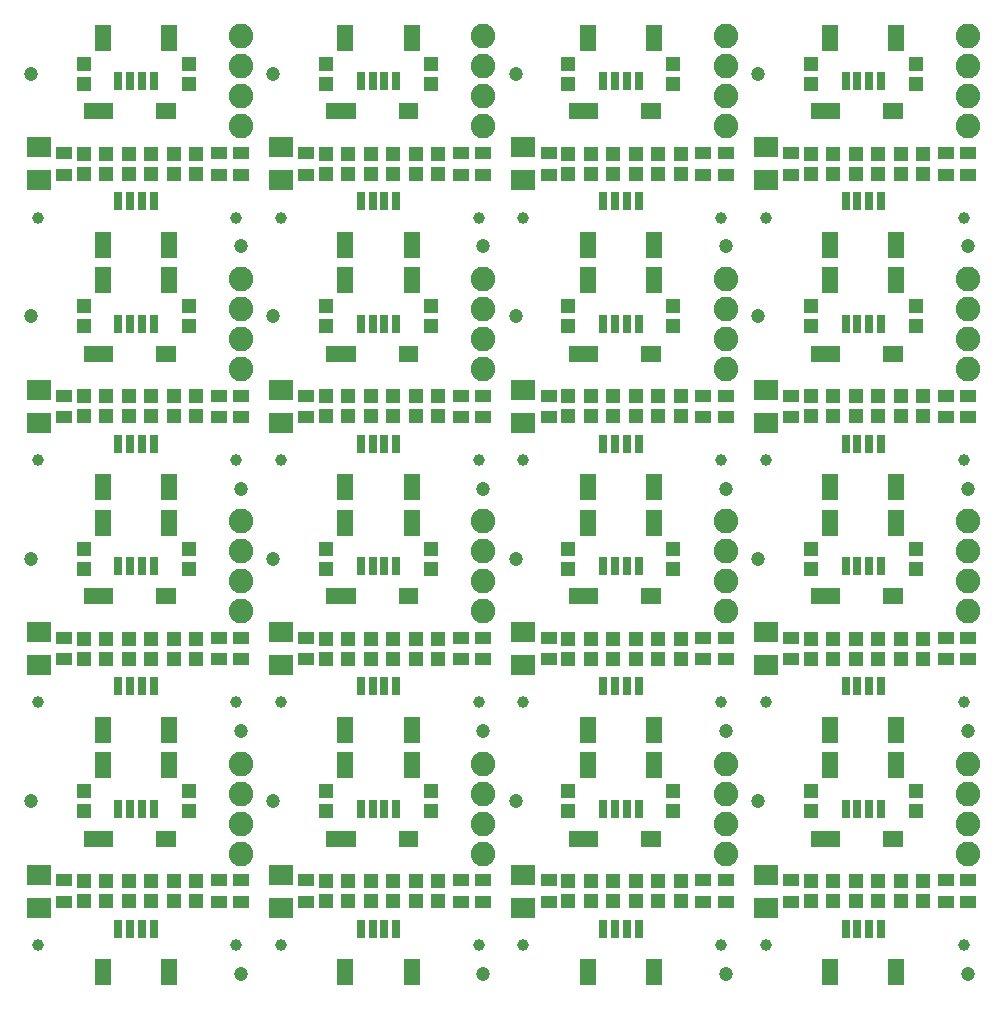
<source format=gts>
G75*
%MOIN*%
%OFA0B0*%
%FSLAX25Y25*%
%IPPOS*%
%LPD*%
%AMOC8*
5,1,8,0,0,1.08239X$1,22.5*
%
%ADD10C,0.03950*%
%ADD11R,0.05524X0.03950*%
%ADD12R,0.04737X0.05131*%
%ADD13R,0.07887X0.07099*%
%ADD14C,0.04737*%
%ADD15R,0.05524X0.08674*%
%ADD16R,0.03162X0.06115*%
%ADD17C,0.08200*%
%ADD18R,0.03300X0.05800*%
D10*
X0008980Y0094951D03*
X0074925Y0094951D03*
X0089780Y0094951D03*
X0155725Y0094951D03*
X0170580Y0094951D03*
X0236525Y0094951D03*
X0251380Y0094951D03*
X0317325Y0094951D03*
X0317325Y0175751D03*
X0251380Y0175751D03*
X0236525Y0175751D03*
X0170580Y0175751D03*
X0155725Y0175751D03*
X0089780Y0175751D03*
X0074925Y0175751D03*
X0008980Y0175751D03*
X0008980Y0256551D03*
X0074925Y0256551D03*
X0089780Y0256551D03*
X0155725Y0256551D03*
X0170580Y0256551D03*
X0236525Y0256551D03*
X0251380Y0256551D03*
X0317325Y0256551D03*
X0317325Y0337328D03*
X0251380Y0337328D03*
X0236525Y0337328D03*
X0170580Y0337328D03*
X0155725Y0337328D03*
X0089780Y0337328D03*
X0074925Y0337328D03*
X0008980Y0337328D03*
D11*
X0017500Y0351670D03*
X0017500Y0358757D03*
X0069000Y0358757D03*
X0069000Y0351670D03*
X0076500Y0351670D03*
X0076500Y0358757D03*
X0098300Y0358757D03*
X0098300Y0351670D03*
X0149800Y0351670D03*
X0149800Y0358757D03*
X0157300Y0358757D03*
X0157300Y0351670D03*
X0179100Y0351670D03*
X0179100Y0358757D03*
X0230600Y0358757D03*
X0230600Y0351670D03*
X0238100Y0351670D03*
X0238100Y0358757D03*
X0259900Y0358757D03*
X0259900Y0351670D03*
X0311400Y0351670D03*
X0311400Y0358757D03*
X0318900Y0358757D03*
X0318900Y0351670D03*
X0318900Y0277980D03*
X0318900Y0270893D03*
X0311400Y0270893D03*
X0311400Y0277980D03*
X0259900Y0277980D03*
X0259900Y0270893D03*
X0238100Y0270893D03*
X0238100Y0277980D03*
X0230600Y0277980D03*
X0230600Y0270893D03*
X0179100Y0270893D03*
X0179100Y0277980D03*
X0157300Y0277980D03*
X0157300Y0270893D03*
X0149800Y0270893D03*
X0149800Y0277980D03*
X0098300Y0277980D03*
X0098300Y0270893D03*
X0076500Y0270893D03*
X0076500Y0277980D03*
X0069000Y0277980D03*
X0069000Y0270893D03*
X0017500Y0270893D03*
X0017500Y0277980D03*
X0017500Y0197180D03*
X0017500Y0190093D03*
X0069000Y0190093D03*
X0069000Y0197180D03*
X0076500Y0197180D03*
X0076500Y0190093D03*
X0098300Y0190093D03*
X0098300Y0197180D03*
X0149800Y0197180D03*
X0149800Y0190093D03*
X0157300Y0190093D03*
X0157300Y0197180D03*
X0179100Y0197180D03*
X0179100Y0190093D03*
X0230600Y0190093D03*
X0230600Y0197180D03*
X0238100Y0197180D03*
X0238100Y0190093D03*
X0259900Y0190093D03*
X0259900Y0197180D03*
X0311400Y0197180D03*
X0311400Y0190093D03*
X0318900Y0190093D03*
X0318900Y0197180D03*
X0318900Y0116380D03*
X0318900Y0109293D03*
X0311400Y0109293D03*
X0311400Y0116380D03*
X0259900Y0116380D03*
X0259900Y0109293D03*
X0238100Y0109293D03*
X0238100Y0116380D03*
X0230600Y0116380D03*
X0230600Y0109293D03*
X0179100Y0109293D03*
X0179100Y0116380D03*
X0157300Y0116380D03*
X0157300Y0109293D03*
X0149800Y0109293D03*
X0149800Y0116380D03*
X0098300Y0116380D03*
X0098300Y0109293D03*
X0076500Y0109293D03*
X0076500Y0116380D03*
X0069000Y0116380D03*
X0069000Y0109293D03*
X0017500Y0109293D03*
X0017500Y0116380D03*
D12*
X0024000Y0116183D03*
X0024000Y0109490D03*
X0031500Y0109490D03*
X0031500Y0116183D03*
X0039000Y0116183D03*
X0039000Y0109490D03*
X0046500Y0109490D03*
X0046500Y0116183D03*
X0054000Y0116183D03*
X0054000Y0109490D03*
X0061500Y0109490D03*
X0061500Y0116183D03*
X0059000Y0139490D03*
X0059000Y0146183D03*
X0024000Y0146183D03*
X0024000Y0139490D03*
X0024000Y0190290D03*
X0024000Y0196983D03*
X0031500Y0196983D03*
X0031500Y0190290D03*
X0039000Y0190290D03*
X0039000Y0196983D03*
X0046500Y0196983D03*
X0046500Y0190290D03*
X0054000Y0190290D03*
X0054000Y0196983D03*
X0061500Y0196983D03*
X0061500Y0190290D03*
X0059000Y0220290D03*
X0059000Y0226983D03*
X0024000Y0226983D03*
X0024000Y0220290D03*
X0024000Y0271090D03*
X0024000Y0277783D03*
X0031500Y0277783D03*
X0031500Y0271090D03*
X0039000Y0271090D03*
X0039000Y0277783D03*
X0046500Y0277783D03*
X0046500Y0271090D03*
X0054000Y0271090D03*
X0054000Y0277783D03*
X0061500Y0277783D03*
X0061500Y0271090D03*
X0059000Y0301090D03*
X0059000Y0307783D03*
X0024000Y0307783D03*
X0024000Y0301090D03*
X0024000Y0351867D03*
X0024000Y0358560D03*
X0031500Y0358560D03*
X0031500Y0351867D03*
X0039000Y0351867D03*
X0039000Y0358560D03*
X0046500Y0358560D03*
X0046500Y0351867D03*
X0054000Y0351867D03*
X0054000Y0358560D03*
X0061500Y0358560D03*
X0061500Y0351867D03*
X0059000Y0381867D03*
X0059000Y0388560D03*
X0024000Y0388560D03*
X0024000Y0381867D03*
X0104800Y0381867D03*
X0104800Y0388560D03*
X0104800Y0358560D03*
X0104800Y0351867D03*
X0112300Y0351867D03*
X0112300Y0358560D03*
X0119800Y0358560D03*
X0119800Y0351867D03*
X0127300Y0351867D03*
X0127300Y0358560D03*
X0134800Y0358560D03*
X0134800Y0351867D03*
X0142300Y0351867D03*
X0142300Y0358560D03*
X0139800Y0381867D03*
X0139800Y0388560D03*
X0185600Y0388560D03*
X0185600Y0381867D03*
X0185600Y0358560D03*
X0185600Y0351867D03*
X0193100Y0351867D03*
X0193100Y0358560D03*
X0200600Y0358560D03*
X0200600Y0351867D03*
X0208100Y0351867D03*
X0208100Y0358560D03*
X0215600Y0358560D03*
X0215600Y0351867D03*
X0223100Y0351867D03*
X0223100Y0358560D03*
X0220600Y0381867D03*
X0220600Y0388560D03*
X0266400Y0388560D03*
X0266400Y0381867D03*
X0266400Y0358560D03*
X0266400Y0351867D03*
X0273900Y0351867D03*
X0273900Y0358560D03*
X0281400Y0358560D03*
X0281400Y0351867D03*
X0288900Y0351867D03*
X0288900Y0358560D03*
X0296400Y0358560D03*
X0296400Y0351867D03*
X0303900Y0351867D03*
X0303900Y0358560D03*
X0301400Y0381867D03*
X0301400Y0388560D03*
X0301400Y0307783D03*
X0301400Y0301090D03*
X0303900Y0277783D03*
X0303900Y0271090D03*
X0296400Y0271090D03*
X0296400Y0277783D03*
X0288900Y0277783D03*
X0288900Y0271090D03*
X0281400Y0271090D03*
X0281400Y0277783D03*
X0273900Y0277783D03*
X0273900Y0271090D03*
X0266400Y0271090D03*
X0266400Y0277783D03*
X0266400Y0301090D03*
X0266400Y0307783D03*
X0223100Y0277783D03*
X0223100Y0271090D03*
X0215600Y0271090D03*
X0215600Y0277783D03*
X0208100Y0277783D03*
X0208100Y0271090D03*
X0200600Y0271090D03*
X0200600Y0277783D03*
X0193100Y0277783D03*
X0193100Y0271090D03*
X0185600Y0271090D03*
X0185600Y0277783D03*
X0185600Y0301090D03*
X0185600Y0307783D03*
X0220600Y0307783D03*
X0220600Y0301090D03*
X0220600Y0226983D03*
X0220600Y0220290D03*
X0223100Y0196983D03*
X0223100Y0190290D03*
X0215600Y0190290D03*
X0215600Y0196983D03*
X0208100Y0196983D03*
X0208100Y0190290D03*
X0200600Y0190290D03*
X0200600Y0196983D03*
X0193100Y0196983D03*
X0193100Y0190290D03*
X0185600Y0190290D03*
X0185600Y0196983D03*
X0185600Y0220290D03*
X0185600Y0226983D03*
X0142300Y0196983D03*
X0142300Y0190290D03*
X0134800Y0190290D03*
X0134800Y0196983D03*
X0127300Y0196983D03*
X0127300Y0190290D03*
X0119800Y0190290D03*
X0119800Y0196983D03*
X0112300Y0196983D03*
X0112300Y0190290D03*
X0104800Y0190290D03*
X0104800Y0196983D03*
X0104800Y0220290D03*
X0104800Y0226983D03*
X0139800Y0226983D03*
X0139800Y0220290D03*
X0142300Y0271090D03*
X0142300Y0277783D03*
X0134800Y0277783D03*
X0134800Y0271090D03*
X0127300Y0271090D03*
X0127300Y0277783D03*
X0119800Y0277783D03*
X0119800Y0271090D03*
X0112300Y0271090D03*
X0112300Y0277783D03*
X0104800Y0277783D03*
X0104800Y0271090D03*
X0104800Y0301090D03*
X0104800Y0307783D03*
X0139800Y0307783D03*
X0139800Y0301090D03*
X0139800Y0146183D03*
X0139800Y0139490D03*
X0142300Y0116183D03*
X0142300Y0109490D03*
X0134800Y0109490D03*
X0134800Y0116183D03*
X0127300Y0116183D03*
X0127300Y0109490D03*
X0119800Y0109490D03*
X0119800Y0116183D03*
X0112300Y0116183D03*
X0112300Y0109490D03*
X0104800Y0109490D03*
X0104800Y0116183D03*
X0104800Y0139490D03*
X0104800Y0146183D03*
X0185600Y0146183D03*
X0185600Y0139490D03*
X0185600Y0116183D03*
X0185600Y0109490D03*
X0193100Y0109490D03*
X0193100Y0116183D03*
X0200600Y0116183D03*
X0200600Y0109490D03*
X0208100Y0109490D03*
X0208100Y0116183D03*
X0215600Y0116183D03*
X0215600Y0109490D03*
X0223100Y0109490D03*
X0223100Y0116183D03*
X0220600Y0139490D03*
X0220600Y0146183D03*
X0266400Y0146183D03*
X0266400Y0139490D03*
X0266400Y0116183D03*
X0266400Y0109490D03*
X0273900Y0109490D03*
X0273900Y0116183D03*
X0281400Y0116183D03*
X0281400Y0109490D03*
X0288900Y0109490D03*
X0288900Y0116183D03*
X0296400Y0116183D03*
X0296400Y0109490D03*
X0303900Y0109490D03*
X0303900Y0116183D03*
X0301400Y0139490D03*
X0301400Y0146183D03*
X0303900Y0190290D03*
X0303900Y0196983D03*
X0296400Y0196983D03*
X0296400Y0190290D03*
X0288900Y0190290D03*
X0288900Y0196983D03*
X0281400Y0196983D03*
X0281400Y0190290D03*
X0273900Y0190290D03*
X0273900Y0196983D03*
X0266400Y0196983D03*
X0266400Y0190290D03*
X0266400Y0220290D03*
X0266400Y0226983D03*
X0301400Y0226983D03*
X0301400Y0220290D03*
D13*
X0251400Y0199148D03*
X0251400Y0188125D03*
X0251400Y0118348D03*
X0251400Y0107325D03*
X0170600Y0107325D03*
X0170600Y0118348D03*
X0170600Y0188125D03*
X0170600Y0199148D03*
X0170600Y0268925D03*
X0170600Y0279948D03*
X0170600Y0349702D03*
X0170600Y0360726D03*
X0251400Y0360726D03*
X0251400Y0349702D03*
X0251400Y0279948D03*
X0251400Y0268925D03*
X0089800Y0268925D03*
X0089800Y0279948D03*
X0089800Y0349702D03*
X0089800Y0360726D03*
X0009000Y0360726D03*
X0009000Y0349702D03*
X0009000Y0279948D03*
X0009000Y0268925D03*
X0009000Y0199148D03*
X0009000Y0188125D03*
X0009000Y0118348D03*
X0009000Y0107325D03*
X0089800Y0107325D03*
X0089800Y0118348D03*
X0089800Y0188125D03*
X0089800Y0199148D03*
D14*
X0087300Y0223637D03*
X0076500Y0246937D03*
X0087300Y0304437D03*
X0076500Y0327714D03*
X0087300Y0385214D03*
X0157300Y0327714D03*
X0168100Y0304437D03*
X0157300Y0246937D03*
X0168100Y0223637D03*
X0157300Y0166137D03*
X0168100Y0142837D03*
X0157300Y0085337D03*
X0087300Y0142837D03*
X0076500Y0166137D03*
X0076500Y0085337D03*
X0006500Y0142837D03*
X0006500Y0223637D03*
X0006500Y0304437D03*
X0006500Y0385214D03*
X0168100Y0385214D03*
X0238100Y0327714D03*
X0248900Y0304437D03*
X0238100Y0246937D03*
X0248900Y0223637D03*
X0238100Y0166137D03*
X0248900Y0142837D03*
X0238100Y0085337D03*
X0318900Y0085337D03*
X0318900Y0166137D03*
X0318900Y0246937D03*
X0318900Y0327714D03*
X0248900Y0385214D03*
D15*
X0030476Y0085868D03*
X0052524Y0085868D03*
X0111276Y0085868D03*
X0133324Y0085868D03*
X0133324Y0154805D03*
X0133324Y0166668D03*
X0111276Y0166668D03*
X0111276Y0154805D03*
X0052524Y0154805D03*
X0052524Y0166668D03*
X0030476Y0166668D03*
X0030476Y0154805D03*
X0030476Y0235605D03*
X0030476Y0247468D03*
X0052524Y0247468D03*
X0052524Y0235605D03*
X0111276Y0235605D03*
X0111276Y0247468D03*
X0133324Y0247468D03*
X0133324Y0235605D03*
X0192076Y0235605D03*
X0192076Y0247468D03*
X0214124Y0247468D03*
X0214124Y0235605D03*
X0214124Y0166668D03*
X0214124Y0154805D03*
X0192076Y0154805D03*
X0192076Y0166668D03*
X0192076Y0085868D03*
X0214124Y0085868D03*
X0272876Y0085868D03*
X0294924Y0085868D03*
X0294924Y0154805D03*
X0294924Y0166668D03*
X0272876Y0166668D03*
X0272876Y0154805D03*
X0272876Y0235605D03*
X0272876Y0247468D03*
X0294924Y0247468D03*
X0294924Y0235605D03*
X0294924Y0316405D03*
X0294924Y0328245D03*
X0272876Y0328245D03*
X0272876Y0316405D03*
X0214124Y0316405D03*
X0214124Y0328245D03*
X0192076Y0328245D03*
X0192076Y0316405D03*
X0133324Y0316405D03*
X0133324Y0328245D03*
X0111276Y0328245D03*
X0111276Y0316405D03*
X0052524Y0316405D03*
X0052524Y0328245D03*
X0030476Y0328245D03*
X0030476Y0316405D03*
X0030476Y0397182D03*
X0052524Y0397182D03*
X0111276Y0397182D03*
X0133324Y0397182D03*
X0192076Y0397182D03*
X0214124Y0397182D03*
X0272876Y0397182D03*
X0294924Y0397182D03*
D16*
X0289806Y0382714D03*
X0285869Y0382714D03*
X0281931Y0382714D03*
X0277994Y0382714D03*
X0277994Y0342714D03*
X0281931Y0342714D03*
X0285869Y0342714D03*
X0289806Y0342714D03*
X0289806Y0301937D03*
X0285869Y0301937D03*
X0281931Y0301937D03*
X0277994Y0301937D03*
X0277994Y0261937D03*
X0281931Y0261937D03*
X0285869Y0261937D03*
X0289806Y0261937D03*
X0289806Y0221137D03*
X0285869Y0221137D03*
X0281931Y0221137D03*
X0277994Y0221137D03*
X0277994Y0181137D03*
X0281931Y0181137D03*
X0285869Y0181137D03*
X0289806Y0181137D03*
X0289806Y0140337D03*
X0285869Y0140337D03*
X0281931Y0140337D03*
X0277994Y0140337D03*
X0277994Y0100337D03*
X0281931Y0100337D03*
X0285869Y0100337D03*
X0289806Y0100337D03*
X0209006Y0100337D03*
X0205069Y0100337D03*
X0201131Y0100337D03*
X0197194Y0100337D03*
X0197194Y0140337D03*
X0201131Y0140337D03*
X0205069Y0140337D03*
X0209006Y0140337D03*
X0209006Y0181137D03*
X0205069Y0181137D03*
X0201131Y0181137D03*
X0197194Y0181137D03*
X0197194Y0221137D03*
X0201131Y0221137D03*
X0205069Y0221137D03*
X0209006Y0221137D03*
X0209006Y0261937D03*
X0205069Y0261937D03*
X0201131Y0261937D03*
X0197194Y0261937D03*
X0197194Y0301937D03*
X0201131Y0301937D03*
X0205069Y0301937D03*
X0209006Y0301937D03*
X0209006Y0342714D03*
X0205069Y0342714D03*
X0201131Y0342714D03*
X0197194Y0342714D03*
X0197194Y0382714D03*
X0201131Y0382714D03*
X0205069Y0382714D03*
X0209006Y0382714D03*
X0128206Y0382714D03*
X0124269Y0382714D03*
X0120331Y0382714D03*
X0116394Y0382714D03*
X0116394Y0342714D03*
X0120331Y0342714D03*
X0124269Y0342714D03*
X0128206Y0342714D03*
X0128206Y0301937D03*
X0124269Y0301937D03*
X0120331Y0301937D03*
X0116394Y0301937D03*
X0116394Y0261937D03*
X0120331Y0261937D03*
X0124269Y0261937D03*
X0128206Y0261937D03*
X0128206Y0221137D03*
X0124269Y0221137D03*
X0120331Y0221137D03*
X0116394Y0221137D03*
X0116394Y0181137D03*
X0120331Y0181137D03*
X0124269Y0181137D03*
X0128206Y0181137D03*
X0128206Y0140337D03*
X0124269Y0140337D03*
X0120331Y0140337D03*
X0116394Y0140337D03*
X0116394Y0100337D03*
X0120331Y0100337D03*
X0124269Y0100337D03*
X0128206Y0100337D03*
X0047406Y0100337D03*
X0043469Y0100337D03*
X0039531Y0100337D03*
X0035594Y0100337D03*
X0035594Y0140337D03*
X0039531Y0140337D03*
X0043469Y0140337D03*
X0047406Y0140337D03*
X0047406Y0181137D03*
X0043469Y0181137D03*
X0039531Y0181137D03*
X0035594Y0181137D03*
X0035594Y0221137D03*
X0039531Y0221137D03*
X0043469Y0221137D03*
X0047406Y0221137D03*
X0047406Y0261937D03*
X0043469Y0261937D03*
X0039531Y0261937D03*
X0035594Y0261937D03*
X0035594Y0301937D03*
X0039531Y0301937D03*
X0043469Y0301937D03*
X0047406Y0301937D03*
X0047406Y0342714D03*
X0043469Y0342714D03*
X0039531Y0342714D03*
X0035594Y0342714D03*
X0035594Y0382714D03*
X0039531Y0382714D03*
X0043469Y0382714D03*
X0047406Y0382714D03*
D17*
X0076500Y0387714D03*
X0076500Y0377714D03*
X0076500Y0367714D03*
X0076500Y0397714D03*
X0076500Y0316937D03*
X0076500Y0306937D03*
X0076500Y0296937D03*
X0076500Y0286937D03*
X0076500Y0236137D03*
X0076500Y0226137D03*
X0076500Y0216137D03*
X0076500Y0206137D03*
X0076500Y0155337D03*
X0076500Y0145337D03*
X0076500Y0135337D03*
X0076500Y0125337D03*
X0157300Y0125337D03*
X0157300Y0135337D03*
X0157300Y0145337D03*
X0157300Y0155337D03*
X0157300Y0206137D03*
X0157300Y0216137D03*
X0157300Y0226137D03*
X0157300Y0236137D03*
X0157300Y0286937D03*
X0157300Y0296937D03*
X0157300Y0306937D03*
X0157300Y0316937D03*
X0157300Y0367714D03*
X0157300Y0377714D03*
X0157300Y0387714D03*
X0157300Y0397714D03*
X0238100Y0397714D03*
X0238100Y0387714D03*
X0238100Y0377714D03*
X0238100Y0367714D03*
X0238100Y0316937D03*
X0238100Y0306937D03*
X0238100Y0296937D03*
X0238100Y0286937D03*
X0238100Y0236137D03*
X0238100Y0226137D03*
X0238100Y0216137D03*
X0238100Y0206137D03*
X0238100Y0155337D03*
X0238100Y0145337D03*
X0238100Y0135337D03*
X0238100Y0125337D03*
X0318900Y0125337D03*
X0318900Y0135337D03*
X0318900Y0145337D03*
X0318900Y0155337D03*
X0318900Y0206137D03*
X0318900Y0216137D03*
X0318900Y0226137D03*
X0318900Y0236137D03*
X0318900Y0286937D03*
X0318900Y0296937D03*
X0318900Y0306937D03*
X0318900Y0316937D03*
X0318900Y0367714D03*
X0318900Y0377714D03*
X0318900Y0387714D03*
X0318900Y0397714D03*
D18*
X0295500Y0372714D03*
X0292300Y0372714D03*
X0274600Y0372714D03*
X0271400Y0372714D03*
X0268200Y0372714D03*
X0214700Y0372714D03*
X0211500Y0372714D03*
X0193800Y0372714D03*
X0190600Y0372714D03*
X0187400Y0372714D03*
X0133900Y0372714D03*
X0130700Y0372714D03*
X0113000Y0372714D03*
X0109800Y0372714D03*
X0106600Y0372714D03*
X0053100Y0372714D03*
X0049900Y0372714D03*
X0032200Y0372714D03*
X0029000Y0372714D03*
X0025800Y0372714D03*
X0025800Y0291937D03*
X0029000Y0291937D03*
X0032200Y0291937D03*
X0049900Y0291937D03*
X0053100Y0291937D03*
X0106600Y0291937D03*
X0109800Y0291937D03*
X0113000Y0291937D03*
X0130700Y0291937D03*
X0133900Y0291937D03*
X0187400Y0291937D03*
X0190600Y0291937D03*
X0193800Y0291937D03*
X0211500Y0291937D03*
X0214700Y0291937D03*
X0268200Y0291937D03*
X0271400Y0291937D03*
X0274600Y0291937D03*
X0292300Y0291937D03*
X0295500Y0291937D03*
X0295500Y0211137D03*
X0292300Y0211137D03*
X0274600Y0211137D03*
X0271400Y0211137D03*
X0268200Y0211137D03*
X0214700Y0211137D03*
X0211500Y0211137D03*
X0193800Y0211137D03*
X0190600Y0211137D03*
X0187400Y0211137D03*
X0133900Y0211137D03*
X0130700Y0211137D03*
X0113000Y0211137D03*
X0109800Y0211137D03*
X0106600Y0211137D03*
X0053100Y0211137D03*
X0049900Y0211137D03*
X0032200Y0211137D03*
X0029000Y0211137D03*
X0025800Y0211137D03*
X0025800Y0130337D03*
X0029000Y0130337D03*
X0032200Y0130337D03*
X0049900Y0130337D03*
X0053100Y0130337D03*
X0106600Y0130337D03*
X0109800Y0130337D03*
X0113000Y0130337D03*
X0130700Y0130337D03*
X0133900Y0130337D03*
X0187400Y0130337D03*
X0190600Y0130337D03*
X0193800Y0130337D03*
X0211500Y0130337D03*
X0214700Y0130337D03*
X0268200Y0130337D03*
X0271400Y0130337D03*
X0274600Y0130337D03*
X0292300Y0130337D03*
X0295500Y0130337D03*
M02*

</source>
